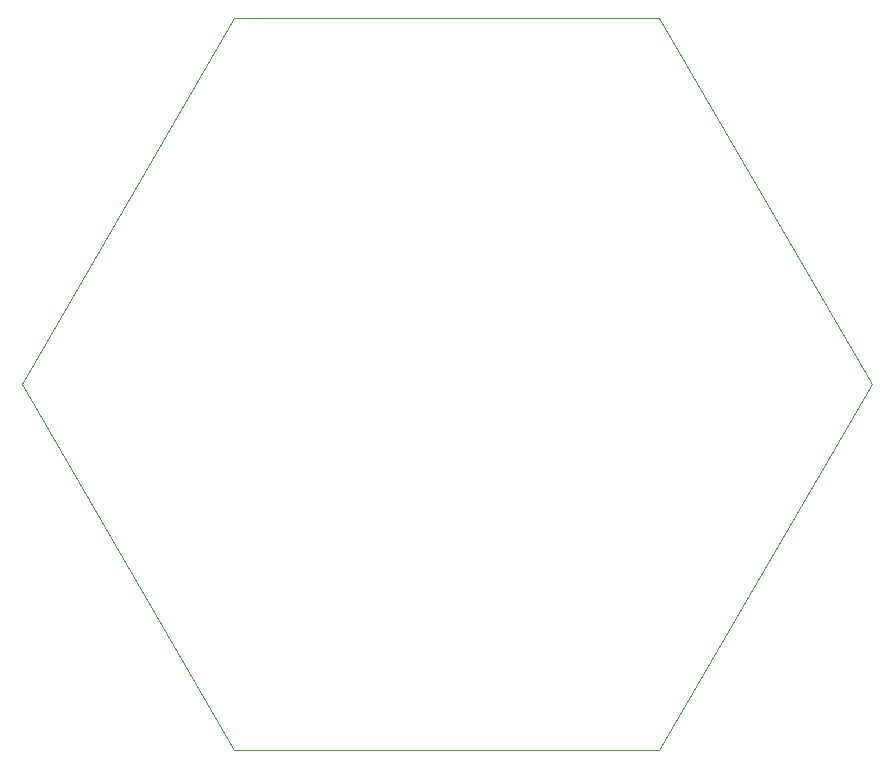
<source format=gm1>
%TF.GenerationSoftware,KiCad,Pcbnew,5.1.6-c6e7f7d~86~ubuntu18.04.1*%
%TF.CreationDate,2020-07-24T20:28:44-07:00*%
%TF.ProjectId,stm32f042_breakout,73746d33-3266-4303-9432-5f627265616b,rev?*%
%TF.SameCoordinates,Original*%
%TF.FileFunction,Profile,NP*%
%FSLAX46Y46*%
G04 Gerber Fmt 4.6, Leading zero omitted, Abs format (unit mm)*
G04 Created by KiCad (PCBNEW 5.1.6-c6e7f7d~86~ubuntu18.04.1) date 2020-07-24 20:28:44*
%MOMM*%
%LPD*%
G01*
G04 APERTURE LIST*
%TA.AperFunction,Profile*%
%ADD10C,0.050000*%
%TD*%
G04 APERTURE END LIST*
D10*
X203995800Y-71907600D02*
X185995800Y-40907600D01*
X149995800Y-102907600D02*
X185995800Y-102907600D01*
X185995800Y-102907600D02*
X203995800Y-71907600D01*
X131995800Y-71907600D02*
X149995800Y-102907600D01*
X149995800Y-40907600D02*
X131995800Y-71907600D01*
X185995800Y-40907600D02*
X149995800Y-40907600D01*
M02*

</source>
